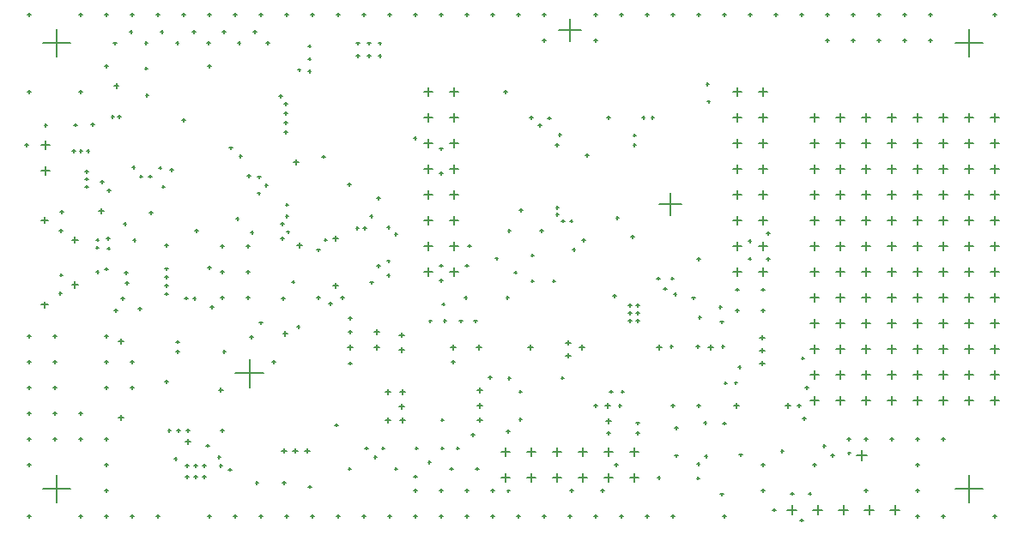
<source format=gbr>
%TF.GenerationSoftware,Altium Limited,Altium Designer,20.1.11 (218)*%
G04 Layer_Color=128*
%FSLAX26Y26*%
%MOIN*%
%TF.SameCoordinates,27E64F16-BD7F-4648-91A1-9AE93EB88D02*%
%TF.FilePolarity,Positive*%
%TF.FileFunction,Drillmap*%
%TF.Part,Single*%
G01*
G75*
%TA.AperFunction,NonConductor*%
%ADD77C,0.005000*%
D77*
X850394Y605827D02*
X960630D01*
X905512Y550709D02*
Y660945D01*
X3482284Y1500000D02*
X3517717D01*
X3500000Y1482284D02*
Y1517716D01*
X3582284Y1500000D02*
X3617716D01*
X3600000Y1482284D02*
Y1517716D01*
X3682283Y1500000D02*
X3717716D01*
X3700000Y1482284D02*
Y1517716D01*
X3482284Y1400000D02*
X3517716D01*
X3500000Y1382284D02*
Y1417716D01*
X3582284Y1400000D02*
X3617716D01*
X3600000Y1382284D02*
Y1417716D01*
X3682284Y1400000D02*
X3717716D01*
X3700000Y1382284D02*
Y1417716D01*
X3782284Y1400000D02*
X3817716D01*
X3800000Y1382284D02*
Y1417716D01*
X3482284Y1600000D02*
X3517716D01*
X3500000Y1582284D02*
Y1617716D01*
X3582284Y1600000D02*
X3617716D01*
X3600000Y1582284D02*
Y1617716D01*
X3682284Y1600000D02*
X3717716D01*
X3700000Y1582284D02*
Y1617716D01*
X3782283Y1600000D02*
X3817716D01*
X3800000Y1582284D02*
Y1617716D01*
X103347Y1889764D02*
X211614D01*
X157480Y1835630D02*
Y1943898D01*
X2882284Y1100000D02*
X2917716D01*
X2900000Y1082284D02*
Y1117716D01*
X2782284Y1000000D02*
X2817716D01*
X2800000Y982284D02*
Y1017716D01*
X2882284Y1000000D02*
X2917716D01*
X2900000Y982284D02*
Y1017716D01*
X1682284Y1000000D02*
X1717716D01*
X1700000Y982284D02*
Y1017716D01*
X1582284Y1000000D02*
X1617716D01*
X1600000Y982284D02*
Y1017716D01*
X1682284Y1100000D02*
X1717716D01*
X1700000Y1082284D02*
Y1117716D01*
X3646654Y157480D02*
X3754921D01*
X3700787Y103347D02*
Y211614D01*
X3646654Y1889764D02*
X3754921D01*
X3700787Y1835630D02*
Y1943898D01*
X3782284Y1300000D02*
X3817716D01*
X3800000Y1282284D02*
Y1317716D01*
X3782284Y900000D02*
X3817716D01*
X3800000Y882284D02*
Y917716D01*
X3782284Y500000D02*
X3817716D01*
X3800000Y482284D02*
Y517716D01*
X3782284Y700000D02*
X3817716D01*
X3800000Y682284D02*
Y717716D01*
X3782284Y1100000D02*
X3817716D01*
X3800000Y1082284D02*
Y1117716D01*
X3782284Y1500000D02*
X3817716D01*
X3800000Y1482284D02*
Y1517716D01*
X2994882Y74803D02*
X3030315D01*
X3012598Y57087D02*
Y92520D01*
X2282284Y200000D02*
X2317716D01*
X2300000Y182284D02*
Y217716D01*
X2282284Y300000D02*
X2317716D01*
X2300000Y282284D02*
Y317716D01*
X103347Y157480D02*
X211614D01*
X157480Y103347D02*
Y211614D01*
X96457Y1493701D02*
X131890D01*
X114173Y1475984D02*
Y1511417D01*
X3082284Y600000D02*
X3117716D01*
X3100000Y582284D02*
Y617716D01*
X3082284Y800000D02*
X3117716D01*
X3100000Y782284D02*
Y817716D01*
X3082284Y1600000D02*
X3117716D01*
X3100000Y1582284D02*
Y1617716D01*
X2382284Y200000D02*
X2417716D01*
X2400000Y182284D02*
Y217716D01*
X2382284Y300000D02*
X2417716D01*
X2400000Y282284D02*
Y317716D01*
X96457Y1393701D02*
X131890D01*
X114173Y1375984D02*
Y1411417D01*
X3262237Y287402D02*
X3302237D01*
X3282237Y267402D02*
Y307402D01*
X2495827Y1264331D02*
X2582441D01*
X2539134Y1221024D02*
Y1307638D01*
X2105827Y1939331D02*
X2192441D01*
X2149134Y1896024D02*
Y1982638D01*
X98425Y873031D02*
X122047D01*
X110236Y861220D02*
Y884842D01*
X98425Y1201772D02*
X122047D01*
X110236Y1189961D02*
Y1213583D01*
X215551Y949803D02*
X241142D01*
X228346Y937008D02*
Y962598D01*
X215551Y1125000D02*
X241142D01*
X228346Y1112205D02*
Y1137795D01*
X2182284Y300000D02*
X2217716D01*
X2200000Y282284D02*
Y317716D01*
X2182284Y200000D02*
X2217716D01*
X2200000Y182284D02*
Y217716D01*
X1982284Y300000D02*
X2017716D01*
X2000000Y282284D02*
Y317716D01*
X2082284Y300000D02*
X2117716D01*
X2100000Y282284D02*
Y317716D01*
X1982284Y200000D02*
X2017716D01*
X2000000Y182284D02*
Y217716D01*
X2082284Y200000D02*
X2117716D01*
X2100000Y182284D02*
Y217716D01*
X1882284Y300000D02*
X1917716D01*
X1900000Y282284D02*
Y317716D01*
X1882284Y200000D02*
X1917716D01*
X1900000Y182284D02*
Y217716D01*
X3194882Y74803D02*
X3230315D01*
X3212598Y57087D02*
Y92520D01*
X3294882Y74803D02*
X3330315D01*
X3312598Y57087D02*
Y92520D01*
X3094882Y74803D02*
X3130315D01*
X3112598Y57087D02*
Y92520D01*
X3394882Y74803D02*
X3430315D01*
X3412598Y57087D02*
Y92520D01*
X3282284Y1600000D02*
X3317717D01*
X3300000Y1582284D02*
Y1617716D01*
X3382284Y1600000D02*
X3417717D01*
X3400000Y1582284D02*
Y1617716D01*
X3182284Y1600000D02*
X3217716D01*
X3200000Y1582284D02*
Y1617716D01*
X3282284Y1500000D02*
X3317716D01*
X3300000Y1482284D02*
Y1517716D01*
X3382284Y1500000D02*
X3417716D01*
X3400000Y1482284D02*
Y1517716D01*
X3082284Y1500000D02*
X3117716D01*
X3100000Y1482284D02*
Y1517716D01*
X3182284Y1500000D02*
X3217716D01*
X3200000Y1482284D02*
Y1517716D01*
X3082284Y1200000D02*
X3117716D01*
X3100000Y1182284D02*
Y1217716D01*
X3082284Y1100000D02*
X3117716D01*
X3100000Y1082284D02*
Y1117716D01*
X3182284Y1200000D02*
X3217716D01*
X3200000Y1182284D02*
Y1217716D01*
X3182284Y1100000D02*
X3217716D01*
X3200000Y1082284D02*
Y1117716D01*
X3282284Y1200000D02*
X3317716D01*
X3300000Y1182284D02*
Y1217716D01*
X3282284Y1100000D02*
X3317716D01*
X3300000Y1082284D02*
Y1117716D01*
X3382284Y1200000D02*
X3417716D01*
X3400000Y1182284D02*
Y1217716D01*
X3382284Y1100000D02*
X3417716D01*
X3400000Y1082284D02*
Y1117716D01*
X3482284Y1200000D02*
X3517716D01*
X3500000Y1182284D02*
Y1217716D01*
X3482284Y1100000D02*
X3517716D01*
X3500000Y1082284D02*
Y1117716D01*
X3582284Y1200000D02*
X3617716D01*
X3600000Y1182284D02*
Y1217716D01*
X3582284Y1100000D02*
X3617716D01*
X3600000Y1082284D02*
Y1117716D01*
X3682284Y1200000D02*
X3717716D01*
X3700000Y1182284D02*
Y1217716D01*
X3682284Y1100000D02*
X3717716D01*
X3700000Y1082284D02*
Y1117716D01*
X3782284Y1200000D02*
X3817716D01*
X3800000Y1182284D02*
Y1217716D01*
X3082284Y700000D02*
X3117716D01*
X3100000Y682284D02*
Y717716D01*
X3182284Y800000D02*
X3217716D01*
X3200000Y782284D02*
Y817716D01*
X3182284Y700000D02*
X3217716D01*
X3200000Y682284D02*
Y717716D01*
X3282284Y800000D02*
X3317716D01*
X3300000Y782284D02*
Y817716D01*
X3282284Y700000D02*
X3317716D01*
X3300000Y682284D02*
Y717716D01*
X3382284Y800000D02*
X3417716D01*
X3400000Y782284D02*
Y817716D01*
X3382284Y700000D02*
X3417716D01*
X3400000Y682284D02*
Y717716D01*
X3482284Y800000D02*
X3517716D01*
X3500000Y782284D02*
Y817716D01*
X3482284Y700000D02*
X3517716D01*
X3500000Y682284D02*
Y717716D01*
X3582284Y800000D02*
X3617716D01*
X3600000Y782284D02*
Y817716D01*
X3582284Y700000D02*
X3617716D01*
X3600000Y682284D02*
Y717716D01*
X3682284Y800000D02*
X3717716D01*
X3700000Y782284D02*
Y817716D01*
X3682284Y700000D02*
X3717716D01*
X3700000Y682284D02*
Y717716D01*
X3782284Y800000D02*
X3817716D01*
X3800000Y782284D02*
Y817716D01*
X3082284Y500000D02*
X3117716D01*
X3100000Y482284D02*
Y517716D01*
X3182284Y600000D02*
X3217716D01*
X3200000Y582284D02*
Y617716D01*
X3182284Y500000D02*
X3217716D01*
X3200000Y482284D02*
Y517716D01*
X3282284Y600000D02*
X3317716D01*
X3300000Y582284D02*
Y617716D01*
X3282284Y500000D02*
X3317716D01*
X3300000Y482284D02*
Y517716D01*
X3382284Y600000D02*
X3417716D01*
X3400000Y582284D02*
Y617716D01*
X3382284Y500000D02*
X3417716D01*
X3400000Y482284D02*
Y517716D01*
X3482284Y600000D02*
X3517716D01*
X3500000Y582284D02*
Y617716D01*
X3482284Y500000D02*
X3517716D01*
X3500000Y482284D02*
Y517716D01*
X3582284Y600000D02*
X3617716D01*
X3600000Y582284D02*
Y617716D01*
X3582284Y500000D02*
X3617716D01*
X3600000Y482284D02*
Y517716D01*
X3682284Y600000D02*
X3717716D01*
X3700000Y582284D02*
Y617716D01*
X3682284Y500000D02*
X3717716D01*
X3700000Y482284D02*
Y517716D01*
X3782284Y600000D02*
X3817716D01*
X3800000Y582284D02*
Y617716D01*
X3082284Y1000000D02*
X3117716D01*
X3100000Y982284D02*
Y1017716D01*
X3082284Y900000D02*
X3117716D01*
X3100000Y882284D02*
Y917716D01*
X3182284Y1000000D02*
X3217716D01*
X3200000Y982284D02*
Y1017716D01*
X3182284Y900000D02*
X3217716D01*
X3200000Y882284D02*
Y917716D01*
X3282284Y1000000D02*
X3317716D01*
X3300000Y982284D02*
Y1017716D01*
X3282284Y900000D02*
X3317716D01*
X3300000Y882284D02*
Y917716D01*
X3382284Y1000000D02*
X3417716D01*
X3400000Y982284D02*
Y1017716D01*
X3382284Y900000D02*
X3417716D01*
X3400000Y882284D02*
Y917716D01*
X3482284Y1000000D02*
X3517716D01*
X3500000Y982284D02*
Y1017716D01*
X3482284Y900000D02*
X3517716D01*
X3500000Y882284D02*
Y917716D01*
X3582284Y1000000D02*
X3617716D01*
X3600000Y982284D02*
Y1017716D01*
X3582284Y900000D02*
X3617716D01*
X3600000Y882284D02*
Y917716D01*
X3682284Y1000000D02*
X3717716D01*
X3700000Y982284D02*
Y1017716D01*
X3682284Y900000D02*
X3717716D01*
X3700000Y882284D02*
Y917716D01*
X3782284Y1000000D02*
X3817716D01*
X3800000Y982284D02*
Y1017716D01*
X3082284Y1400000D02*
X3117716D01*
X3100000Y1382284D02*
Y1417716D01*
X3082284Y1300000D02*
X3117716D01*
X3100000Y1282284D02*
Y1317716D01*
X3182284Y1400000D02*
X3217716D01*
X3200000Y1382284D02*
Y1417716D01*
X3182284Y1300000D02*
X3217716D01*
X3200000Y1282284D02*
Y1317716D01*
X3282284Y1400000D02*
X3317716D01*
X3300000Y1382284D02*
Y1417716D01*
X3282284Y1300000D02*
X3317716D01*
X3300000Y1282284D02*
Y1317716D01*
X3382284Y1400000D02*
X3417716D01*
X3400000Y1382284D02*
Y1417716D01*
X3382284Y1300000D02*
X3417716D01*
X3400000Y1282284D02*
Y1317716D01*
X3482284Y1300000D02*
X3517716D01*
X3500000Y1282284D02*
Y1317716D01*
X3582284Y1300000D02*
X3617716D01*
X3600000Y1282284D02*
Y1317716D01*
X3682284Y1300000D02*
X3717716D01*
X3700000Y1282284D02*
Y1317716D01*
X1582284Y1700000D02*
X1617716D01*
X1600000Y1682284D02*
Y1717716D01*
X1682284Y1700000D02*
X1717716D01*
X1700000Y1682284D02*
Y1717716D01*
X1582284Y1600000D02*
X1617716D01*
X1600000Y1582284D02*
Y1617716D01*
X1682284Y1600000D02*
X1717716D01*
X1700000Y1582284D02*
Y1617716D01*
X1582284Y1500000D02*
X1617716D01*
X1600000Y1482284D02*
Y1517716D01*
X1682284Y1500000D02*
X1717716D01*
X1700000Y1482284D02*
Y1517716D01*
X1582284Y1400000D02*
X1617716D01*
X1600000Y1382284D02*
Y1417716D01*
X1682284Y1400000D02*
X1717716D01*
X1700000Y1382284D02*
Y1417716D01*
X1582284Y1300000D02*
X1617716D01*
X1600000Y1282284D02*
Y1317716D01*
X1682284Y1300000D02*
X1717716D01*
X1700000Y1282284D02*
Y1317716D01*
X1582284Y1200000D02*
X1617716D01*
X1600000Y1182284D02*
Y1217716D01*
X1682284Y1200000D02*
X1717716D01*
X1700000Y1182284D02*
Y1217716D01*
X1582284Y1100000D02*
X1617716D01*
X1600000Y1082284D02*
Y1117716D01*
X2782284Y1100000D02*
X2817716D01*
X2800000Y1082284D02*
Y1117716D01*
X2882284Y1200000D02*
X2917716D01*
X2900000Y1182284D02*
Y1217716D01*
X2782284Y1200000D02*
X2817716D01*
X2800000Y1182284D02*
Y1217716D01*
X2882284Y1300000D02*
X2917716D01*
X2900000Y1282284D02*
Y1317716D01*
X2782284Y1300000D02*
X2817716D01*
X2800000Y1282284D02*
Y1317716D01*
X2882284Y1400000D02*
X2917716D01*
X2900000Y1382284D02*
Y1417716D01*
X2782284Y1400000D02*
X2817716D01*
X2800000Y1382284D02*
Y1417716D01*
X2882284Y1500000D02*
X2917716D01*
X2900000Y1482284D02*
Y1517716D01*
X2782284Y1500000D02*
X2817716D01*
X2800000Y1482284D02*
Y1517716D01*
X2882284Y1600000D02*
X2917716D01*
X2900000Y1582284D02*
Y1617716D01*
X2782284Y1600000D02*
X2817716D01*
X2800000Y1582284D02*
Y1617716D01*
X2882284Y1700000D02*
X2917716D01*
X2900000Y1682284D02*
Y1717716D01*
X2782284Y1700000D02*
X2817716D01*
X2800000Y1682284D02*
Y1717716D01*
X1134094Y165000D02*
X1145906D01*
X1140000Y159095D02*
Y170905D01*
X1289094Y235000D02*
X1300906D01*
X1295000Y229095D02*
Y240905D01*
X1659094Y810000D02*
X1670906D01*
X1665000Y804095D02*
Y815905D01*
X1389094Y280000D02*
X1400906D01*
X1395000Y274094D02*
Y285906D01*
X929095Y180000D02*
X940905D01*
X935000Y174095D02*
Y185905D01*
X1034094Y180000D02*
X1045906D01*
X1040000Y174095D02*
Y185905D01*
X1602094Y809055D02*
X1613906D01*
X1608000Y803150D02*
Y814961D01*
X2244095Y480000D02*
X2255905D01*
X2250000Y474094D02*
Y485906D01*
X2339095Y480000D02*
X2350905D01*
X2345000Y474094D02*
Y485906D01*
X3034095Y480000D02*
X3045905D01*
X3040000Y474094D02*
Y485906D01*
X2641374Y710215D02*
X2653185D01*
X2647280Y704310D02*
Y716121D01*
X2539095Y710000D02*
X2550905D01*
X2545000Y704095D02*
Y715905D01*
X2739095Y710000D02*
X2750905D01*
X2745000Y704095D02*
Y715905D01*
X2687402Y707992D02*
X2707087D01*
X2697244Y698150D02*
Y717835D01*
X2487402Y707992D02*
X2507087D01*
X2497244Y698150D02*
Y717835D01*
X2135157Y725000D02*
X2154843D01*
X2145000Y715158D02*
Y734842D01*
X2135157Y675000D02*
X2154843D01*
X2145000Y665158D02*
Y684842D01*
X2187402Y707992D02*
X2207087D01*
X2197244Y698150D02*
Y717835D01*
X1987402Y707992D02*
X2007087D01*
X1997244Y698150D02*
Y717835D01*
X1787158Y707992D02*
X1806842D01*
X1797000Y698150D02*
Y717835D01*
X1687402Y707992D02*
X1707087D01*
X1697244Y698150D02*
Y717835D01*
X1287402Y707992D02*
X1307087D01*
X1297244Y698150D02*
Y717835D01*
X2803095Y631000D02*
X2814905D01*
X2809000Y625095D02*
Y636905D01*
X2888157Y645000D02*
X2907843D01*
X2898000Y635158D02*
Y654842D01*
X2987157Y481500D02*
X3006843D01*
X2997000Y471658D02*
Y491342D01*
X2788157Y480000D02*
X2807843D01*
X2798000Y470158D02*
Y489842D01*
X2378095Y871000D02*
X2389905D01*
X2384000Y865095D02*
Y876905D01*
X2408095Y871000D02*
X2419905D01*
X2414000Y865095D02*
Y876905D01*
X1999094Y965000D02*
X2010906D01*
X2005000Y959095D02*
Y970905D01*
X1933094Y998000D02*
X1944906D01*
X1939000Y992095D02*
Y1003905D01*
X1835094Y591000D02*
X1846906D01*
X1841000Y585095D02*
Y596905D01*
X1487158Y755000D02*
X1506842D01*
X1497000Y745158D02*
Y764842D01*
X1487158Y696000D02*
X1506842D01*
X1497000Y686158D02*
Y705842D01*
X1375094Y959000D02*
X1386906D01*
X1381000Y953095D02*
Y964905D01*
X1391158Y707992D02*
X1410842D01*
X1401000Y698150D02*
Y717835D01*
X1391158Y766000D02*
X1410842D01*
X1401000Y756158D02*
Y775842D01*
X1090094Y787000D02*
X1101906D01*
X1096000Y781095D02*
Y792905D01*
X1999094Y1065000D02*
X2010906D01*
X2005000Y1059094D02*
Y1070906D01*
X1954094Y1240000D02*
X1965906D01*
X1960000Y1234094D02*
Y1245906D01*
X2034094Y1160000D02*
X2045906D01*
X2040000Y1154094D02*
Y1165906D01*
X1909094Y1160000D02*
X1920906D01*
X1915000Y1154094D02*
Y1165906D01*
X1952094Y535000D02*
X1963906D01*
X1958000Y529095D02*
Y540905D01*
X1905094Y380000D02*
X1916906D01*
X1911000Y374094D02*
Y385906D01*
X1952094Y427000D02*
X1963906D01*
X1958000Y421094D02*
Y432906D01*
X1909094Y586000D02*
X1920906D01*
X1915000Y580095D02*
Y591905D01*
X1238094Y405000D02*
X1249906D01*
X1244000Y399094D02*
Y410906D01*
X2116095Y588000D02*
X2127905D01*
X2122000Y582095D02*
Y593905D01*
X1649094Y425000D02*
X1660906D01*
X1655000Y419094D02*
Y430906D01*
X1549094Y315000D02*
X1560906D01*
X1555000Y309094D02*
Y320906D01*
X1469094Y235000D02*
X1480906D01*
X1475000Y229095D02*
Y240905D01*
X1684094Y235000D02*
X1695906D01*
X1690000Y229095D02*
Y240905D01*
X1709094Y315000D02*
X1720906D01*
X1715000Y309094D02*
Y320906D01*
X1649094Y315000D02*
X1660906D01*
X1655000Y309094D02*
Y320906D01*
X1599094Y260000D02*
X1610906D01*
X1605000Y254095D02*
Y265906D01*
X1544094Y205000D02*
X1555906D01*
X1550000Y199095D02*
Y210905D01*
X1434158Y534000D02*
X1453842D01*
X1444000Y524158D02*
Y543842D01*
X1419094Y315000D02*
X1430906D01*
X1425000Y309094D02*
Y320906D01*
X1354094Y315000D02*
X1365906D01*
X1360000Y309094D02*
Y320906D01*
X2789346Y568993D02*
X2801157D01*
X2795252Y563087D02*
Y574899D01*
X2749095Y568346D02*
X2760905D01*
X2755000Y562441D02*
Y574252D01*
X2378095Y840500D02*
X2389905D01*
X2384000Y834595D02*
Y846405D01*
X2408095Y840500D02*
X2419905D01*
X2414000Y834595D02*
Y846405D01*
X2408095Y810000D02*
X2419905D01*
X2414000Y804095D02*
Y815905D01*
X2378095Y810000D02*
X2389905D01*
X2384000Y804095D02*
Y815905D01*
X3054095Y430000D02*
X3065905D01*
X3060000Y424094D02*
Y435906D01*
X2969095Y303000D02*
X2980905D01*
X2975000Y297094D02*
Y308906D01*
X2888157Y695000D02*
X2907843D01*
X2898000Y685158D02*
Y704842D01*
X2888157Y745000D02*
X2907843D01*
X2898000Y735158D02*
Y754842D01*
X3064332Y549939D02*
X3076143D01*
X3070238Y544033D02*
Y555844D01*
X2304095Y535000D02*
X2315905D01*
X2310000Y529095D02*
Y540905D01*
X2289157Y420000D02*
X2308843D01*
X2299000Y410158D02*
Y429842D01*
X2287150Y479252D02*
X2306835D01*
X2296992Y469409D02*
Y489094D01*
X1790158Y425000D02*
X1809842D01*
X1800000Y415158D02*
Y434842D01*
X1790158Y480000D02*
X1809842D01*
X1800000Y470158D02*
Y489842D01*
X1790158Y540000D02*
X1809842D01*
X1800000Y530158D02*
Y549842D01*
X1434158Y424000D02*
X1453842D01*
X1444000Y414158D02*
Y433842D01*
X1489158Y534000D02*
X1508842D01*
X1499000Y524158D02*
Y543842D01*
X1489158Y424000D02*
X1508842D01*
X1499000Y414158D02*
Y433842D01*
X1487150Y478252D02*
X1506835D01*
X1496992Y468409D02*
Y488094D01*
X1291094Y821000D02*
X1302906D01*
X1297000Y815095D02*
Y826905D01*
X1291094Y766000D02*
X1302906D01*
X1297000Y760095D02*
Y771905D01*
X1261094Y899898D02*
X1272906D01*
X1267000Y893992D02*
Y905803D01*
X1120158Y305000D02*
X1139842D01*
X1130000Y295158D02*
Y314842D01*
X1075158Y305000D02*
X1094842D01*
X1085000Y295158D02*
Y314842D01*
X1030158Y305000D02*
X1049842D01*
X1040000Y295158D02*
Y314842D01*
X994095Y650000D02*
X1005905D01*
X1000000Y644095D02*
Y655905D01*
X908095Y746000D02*
X919905D01*
X914000Y740095D02*
Y751905D01*
X1778543Y809055D02*
X1790354D01*
X1784449Y803150D02*
Y814961D01*
X2386863Y1136486D02*
X2398674D01*
X2392769Y1130581D02*
Y1142392D01*
X2349095Y535000D02*
X2360905D01*
X2355000Y529095D02*
Y540905D01*
X1653094Y875000D02*
X1664906D01*
X1659000Y869095D02*
Y880905D01*
X1401094Y1024000D02*
X1412906D01*
X1407000Y1018095D02*
Y1029906D01*
X1469094Y1146531D02*
X1480906D01*
X1475000Y1140625D02*
Y1152436D01*
X1440094Y1173074D02*
X1451906D01*
X1446000Y1167168D02*
Y1178979D01*
X1373094Y1216535D02*
X1384906D01*
X1379000Y1210630D02*
Y1222441D01*
X1440094Y986221D02*
X1451906D01*
X1446000Y980315D02*
Y992126D01*
X1440094Y1042000D02*
X1451906D01*
X1446000Y1036094D02*
Y1047906D01*
X2318494Y907500D02*
X2330305D01*
X2324400Y901595D02*
Y913405D01*
X686394Y897400D02*
X698206D01*
X692300Y891495D02*
Y903306D01*
X654794Y898100D02*
X666606D01*
X660700Y892194D02*
Y904005D01*
X909694Y1154100D02*
X921505D01*
X915600Y1148195D02*
Y1160005D01*
X852794Y1207500D02*
X864606D01*
X858700Y1201594D02*
Y1213406D01*
X695095Y1159400D02*
X706905D01*
X701000Y1153495D02*
Y1165305D01*
X416594Y1187000D02*
X428406D01*
X422500Y1181094D02*
Y1192906D01*
X1028195Y1187000D02*
X1040005D01*
X1034100Y1181094D02*
Y1192906D01*
X612794Y272900D02*
X624606D01*
X618700Y266995D02*
Y278805D01*
X782294Y280800D02*
X794106D01*
X788200Y274894D02*
Y286705D01*
X1753695Y1101200D02*
X1765505D01*
X1759600Y1095294D02*
Y1107105D01*
X1691094Y650000D02*
X1702906D01*
X1697000Y644095D02*
Y655905D01*
X1767594Y367500D02*
X1779406D01*
X1773500Y361594D02*
Y373406D01*
X738495Y325100D02*
X750306D01*
X744400Y319195D02*
Y331005D01*
X578241Y573000D02*
X590052D01*
X584146Y567095D02*
Y578905D01*
X2683494Y1662205D02*
X2695305D01*
X2689400Y1656299D02*
Y1668110D01*
X1643701Y966189D02*
X1655512D01*
X1649606Y960284D02*
Y972095D01*
X2328738Y1210190D02*
X2340549D01*
X2334643Y1204285D02*
Y1216096D01*
X3048874Y665000D02*
X3060685D01*
X3054780Y659095D02*
Y670905D01*
X1287874Y1341000D02*
X1299685D01*
X1293780Y1335094D02*
Y1346906D01*
X1231398Y1130512D02*
X1251083D01*
X1241240Y1120669D02*
Y1140354D01*
X1644874Y1478756D02*
X1656685D01*
X1650780Y1472850D02*
Y1484661D01*
X1291094Y645000D02*
X1302906D01*
X1297000Y639095D02*
Y650905D01*
X1132874Y1779756D02*
X1144685D01*
X1138780Y1773850D02*
Y1785661D01*
X1092874Y1785756D02*
X1104685D01*
X1098780Y1779850D02*
Y1791661D01*
X644874Y1589756D02*
X656685D01*
X650780Y1583850D02*
Y1595661D01*
X597716Y1397236D02*
X609527D01*
X603621Y1391330D02*
Y1403141D01*
X553380Y1404370D02*
X565191D01*
X559285Y1398464D02*
Y1410275D01*
X827945Y1482039D02*
X839756D01*
X833851Y1476134D02*
Y1487945D01*
X965577Y1336756D02*
X977388D01*
X971483Y1330850D02*
Y1342661D01*
X936165Y1305173D02*
X947976D01*
X942071Y1299268D02*
Y1311079D01*
X936945Y1369090D02*
X948756D01*
X942851Y1363185D02*
Y1374995D01*
X1031310Y896394D02*
X1043121D01*
X1037215Y890489D02*
Y902299D01*
X754717Y863929D02*
X766528D01*
X760622Y858024D02*
Y869835D01*
X518354Y1230786D02*
X530165D01*
X524260Y1224881D02*
Y1236692D01*
X578241Y1104087D02*
X590052D01*
X584146Y1098181D02*
Y1109992D01*
X577461Y1011811D02*
X589272D01*
X583367Y1005905D02*
Y1017716D01*
X577461Y980543D02*
X589272D01*
X583367Y974638D02*
Y986449D01*
X578241Y946606D02*
X590052D01*
X584146Y940701D02*
Y952512D01*
X578241Y915110D02*
X590052D01*
X584146Y909205D02*
Y921016D01*
X473807Y856543D02*
X485618D01*
X479712Y850638D02*
Y862449D01*
X406874Y896756D02*
X418685D01*
X412780Y890850D02*
Y902661D01*
X421874Y996756D02*
X433685D01*
X427780Y990850D02*
Y1002661D01*
X344971Y1011567D02*
X356782D01*
X350877Y1005661D02*
Y1017472D01*
X352874Y1091756D02*
X364685D01*
X358780Y1085850D02*
Y1097661D01*
X439756Y1932756D02*
X451567D01*
X445661Y1926850D02*
Y1938661D01*
X559835Y1933756D02*
X571646D01*
X565740Y1927850D02*
Y1939661D01*
X683851Y1932756D02*
X695662D01*
X689756Y1926850D02*
Y1938661D01*
X801961Y1932756D02*
X813772D01*
X807866Y1926850D02*
Y1938661D01*
X921055Y1933756D02*
X932866D01*
X926961Y1927850D02*
Y1939661D01*
X971252Y1890504D02*
X983063D01*
X977158Y1884598D02*
Y1896409D01*
X859874Y1889756D02*
X871685D01*
X865780Y1883850D02*
Y1895661D01*
X740874Y1890756D02*
X752685D01*
X746780Y1884850D02*
Y1896661D01*
X619874Y1889756D02*
X631685D01*
X625780Y1883850D02*
Y1895661D01*
X498874Y1889756D02*
X510685D01*
X504780Y1883850D02*
Y1895661D01*
X377874Y1888756D02*
X389685D01*
X383780Y1882850D02*
Y1894661D01*
X1643874Y1024756D02*
X1655685D01*
X1649780Y1018850D02*
Y1030661D01*
X1744874Y1024756D02*
X1756685D01*
X1750780Y1018850D02*
Y1030661D01*
X2542095Y975000D02*
X2553905D01*
X2548000Y969095D02*
Y980905D01*
X2487874Y974756D02*
X2499685D01*
X2493780Y968850D02*
Y980661D01*
X2514874Y934756D02*
X2526685D01*
X2520780Y928850D02*
Y940661D01*
X2552874Y913756D02*
X2564685D01*
X2558780Y907850D02*
Y919661D01*
X2624874Y898756D02*
X2636685D01*
X2630780Y892850D02*
Y904661D01*
X2793874Y931756D02*
X2805685D01*
X2799780Y925850D02*
Y937661D01*
X2894874Y931756D02*
X2906685D01*
X2900780Y925850D02*
Y937661D01*
X2913874Y1049756D02*
X2925685D01*
X2919780Y1043850D02*
Y1055661D01*
X2913874Y1149756D02*
X2925685D01*
X2919780Y1143850D02*
Y1155661D01*
X2842874Y1120756D02*
X2854685D01*
X2848780Y1114850D02*
Y1126661D01*
X2842874Y1051756D02*
X2854685D01*
X2848780Y1045850D02*
Y1057661D01*
X2095874Y1249756D02*
X2107685D01*
X2101780Y1243850D02*
Y1255661D01*
X2095874Y1222756D02*
X2107685D01*
X2101780Y1216850D02*
Y1228661D01*
X2064874Y1597756D02*
X2076685D01*
X2070780Y1591850D02*
Y1603661D01*
X2026874Y1570756D02*
X2038685D01*
X2032780Y1564850D02*
Y1576661D01*
X2149874Y1197756D02*
X2161685D01*
X2155780Y1191850D02*
Y1203661D01*
X2117874Y1197756D02*
X2129685D01*
X2123780Y1191850D02*
Y1203661D01*
X1049874Y1155756D02*
X1061685D01*
X1055780Y1149850D02*
Y1161661D01*
X1026874Y1129756D02*
X1038685D01*
X1032780Y1123850D02*
Y1135661D01*
X621842Y690110D02*
X633654D01*
X627748Y684205D02*
Y696016D01*
X34244Y1493457D02*
X46055D01*
X40150Y1487551D02*
Y1499362D01*
X109146Y1570598D02*
X120957D01*
X115051Y1564693D02*
Y1576504D01*
X381874Y849756D02*
X393685D01*
X387780Y843850D02*
Y855661D01*
X168874Y987756D02*
X180685D01*
X174780Y981850D02*
Y993661D01*
X165874Y916756D02*
X177685D01*
X171780Y910850D02*
Y922661D01*
X166874Y1159756D02*
X178685D01*
X172780Y1153850D02*
Y1165661D01*
X171874Y1233756D02*
X183685D01*
X177780Y1227850D02*
Y1239661D01*
X794874Y382756D02*
X806685D01*
X800780Y376850D02*
Y388661D01*
X823874Y231756D02*
X835685D01*
X829780Y225850D02*
Y237661D01*
X2293874Y372756D02*
X2305685D01*
X2299780Y366850D02*
Y378661D01*
X2323874Y249756D02*
X2335685D01*
X2329780Y243850D02*
Y255661D01*
X2271874Y150756D02*
X2283685D01*
X2277780Y144850D02*
Y156661D01*
X2489874Y199756D02*
X2501685D01*
X2495780Y193850D02*
Y205661D01*
X2642874Y252756D02*
X2654685D01*
X2648780Y246850D02*
Y258661D01*
X2672874Y283756D02*
X2684685D01*
X2678780Y277850D02*
Y289661D01*
X2642095Y198000D02*
X2653905D01*
X2648000Y192095D02*
Y203905D01*
X2807874Y288756D02*
X2819685D01*
X2813780Y282850D02*
Y294661D01*
X2937874Y74756D02*
X2949685D01*
X2943780Y68850D02*
Y80661D01*
X3006874Y137756D02*
X3018685D01*
X3012780Y131850D02*
Y143661D01*
X3043874Y34756D02*
X3055685D01*
X3049780Y28850D02*
Y40661D01*
X2429724Y1599743D02*
X2441535D01*
X2435629Y1593837D02*
Y1605648D01*
X224874Y1571756D02*
X236685D01*
X230780Y1565850D02*
Y1577661D01*
X290709Y1572591D02*
X302520D01*
X296614Y1566685D02*
Y1578496D01*
X44874Y1999756D02*
X56685D01*
X50780Y1993850D02*
Y2005661D01*
X244874Y1999756D02*
X256685D01*
X250780Y1993850D02*
Y2005661D01*
X344874Y1999756D02*
X356685D01*
X350780Y1993850D02*
Y2005661D01*
X444874Y1999756D02*
X456685D01*
X450780Y1993850D02*
Y2005661D01*
X544874Y1999756D02*
X556685D01*
X550780Y1993850D02*
Y2005661D01*
X644874Y1999756D02*
X656685D01*
X650780Y1993850D02*
Y2005661D01*
X744874Y1999756D02*
X756685D01*
X750780Y1993850D02*
Y2005661D01*
X844874Y1999756D02*
X856685D01*
X850780Y1993850D02*
Y2005661D01*
X944874Y1999756D02*
X956685D01*
X950780Y1993850D02*
Y2005661D01*
X1044874Y1999756D02*
X1056685D01*
X1050780Y1993850D02*
Y2005661D01*
X1144874Y1999756D02*
X1156685D01*
X1150780Y1993850D02*
Y2005661D01*
X1244874Y1999756D02*
X1256685D01*
X1250780Y1993850D02*
Y2005661D01*
X1344874Y1999756D02*
X1356685D01*
X1350780Y1993850D02*
Y2005661D01*
X1444874Y1999756D02*
X1456685D01*
X1450780Y1993850D02*
Y2005661D01*
X1544874Y1999756D02*
X1556685D01*
X1550780Y1993850D02*
Y2005661D01*
X1644874Y1999756D02*
X1656685D01*
X1650780Y1993850D02*
Y2005661D01*
X1744874Y1999756D02*
X1756685D01*
X1750780Y1993850D02*
Y2005661D01*
X1844874Y1999756D02*
X1856685D01*
X1850780Y1993850D02*
Y2005661D01*
X1944874Y1999756D02*
X1956685D01*
X1950780Y1993850D02*
Y2005661D01*
X2044874Y1999756D02*
X2056685D01*
X2050780Y1993850D02*
Y2005661D01*
X2244874Y1999756D02*
X2256685D01*
X2250780Y1993850D02*
Y2005661D01*
X2344874Y1999756D02*
X2356685D01*
X2350780Y1993850D02*
Y2005661D01*
X2444874Y1999756D02*
X2456685D01*
X2450780Y1993850D02*
Y2005661D01*
X2544874Y1999756D02*
X2556685D01*
X2550780Y1993850D02*
Y2005661D01*
X2644874Y1999756D02*
X2656685D01*
X2650780Y1993850D02*
Y2005661D01*
X2744874Y1999756D02*
X2756685D01*
X2750780Y1993850D02*
Y2005661D01*
X2844874Y1999756D02*
X2856685D01*
X2850780Y1993850D02*
Y2005661D01*
X2944874Y1999756D02*
X2956685D01*
X2950780Y1993850D02*
Y2005661D01*
X3044874Y1999756D02*
X3056685D01*
X3050780Y1993850D02*
Y2005661D01*
X3144874Y1999756D02*
X3156685D01*
X3150780Y1993850D02*
Y2005661D01*
X3244874Y1999756D02*
X3256685D01*
X3250780Y1993850D02*
Y2005661D01*
X3344874Y1999756D02*
X3356685D01*
X3350780Y1993850D02*
Y2005661D01*
X3444874Y1999756D02*
X3456685D01*
X3450780Y1993850D02*
Y2005661D01*
X3544874Y1999756D02*
X3556685D01*
X3550780Y1993850D02*
Y2005661D01*
X3794874Y1999756D02*
X3806685D01*
X3800780Y1993850D02*
Y2005661D01*
X3544874Y1899756D02*
X3556685D01*
X3550780Y1893850D02*
Y1905661D01*
X3444874Y1899756D02*
X3456685D01*
X3450780Y1893850D02*
Y1905661D01*
X3344874Y1899756D02*
X3356685D01*
X3350780Y1893850D02*
Y1905661D01*
X3244874Y1899756D02*
X3256685D01*
X3250780Y1893850D02*
Y1905661D01*
X3144874Y1899756D02*
X3156685D01*
X3150780Y1893850D02*
Y1905661D01*
X2244874Y1899756D02*
X2256685D01*
X2250780Y1893850D02*
Y1905661D01*
X2044874Y1899756D02*
X2056685D01*
X2050780Y1893850D02*
Y1905661D01*
X344874Y1799756D02*
X356685D01*
X350780Y1793850D02*
Y1805661D01*
X44874Y1699756D02*
X56685D01*
X50780Y1693850D02*
Y1705661D01*
X244874Y1699756D02*
X256685D01*
X250780Y1693850D02*
Y1705661D01*
X744874Y1799756D02*
X756685D01*
X750780Y1793850D02*
Y1805661D01*
X44874Y49756D02*
X56685D01*
X50780Y43850D02*
Y55661D01*
X244874Y49756D02*
X256685D01*
X250780Y43850D02*
Y55661D01*
X344874Y49756D02*
X356685D01*
X350780Y43850D02*
Y55661D01*
X444874Y49756D02*
X456685D01*
X450780Y43850D02*
Y55661D01*
X544874Y49756D02*
X556685D01*
X550780Y43850D02*
Y55661D01*
X744874Y49756D02*
X756685D01*
X750780Y43850D02*
Y55661D01*
X844874Y49756D02*
X856685D01*
X850780Y43850D02*
Y55661D01*
X944874Y49756D02*
X956685D01*
X950780Y43850D02*
Y55661D01*
X1044874Y49756D02*
X1056685D01*
X1050780Y43850D02*
Y55661D01*
X1144874Y49756D02*
X1156685D01*
X1150780Y43850D02*
Y55661D01*
X1244874Y49756D02*
X1256685D01*
X1250780Y43850D02*
Y55661D01*
X1344874Y49756D02*
X1356685D01*
X1350780Y43850D02*
Y55661D01*
X1444874Y49756D02*
X1456685D01*
X1450780Y43850D02*
Y55661D01*
X1544874Y49756D02*
X1556685D01*
X1550780Y43850D02*
Y55661D01*
X1644874Y49756D02*
X1656685D01*
X1650780Y43850D02*
Y55661D01*
X1744874Y49756D02*
X1756685D01*
X1750780Y43850D02*
Y55661D01*
X1844874Y49756D02*
X1856685D01*
X1850780Y43850D02*
Y55661D01*
X1944874Y49756D02*
X1956685D01*
X1950780Y43850D02*
Y55661D01*
X2044874Y49756D02*
X2056685D01*
X2050780Y43850D02*
Y55661D01*
X2144874Y49756D02*
X2156685D01*
X2150780Y43850D02*
Y55661D01*
X2244874Y49756D02*
X2256685D01*
X2250780Y43850D02*
Y55661D01*
X2344874Y49756D02*
X2356685D01*
X2350780Y43850D02*
Y55661D01*
X2444874Y49756D02*
X2456685D01*
X2450780Y43850D02*
Y55661D01*
X2544874Y49756D02*
X2556685D01*
X2550780Y43850D02*
Y55661D01*
X2744874Y49756D02*
X2756685D01*
X2750780Y43850D02*
Y55661D01*
X3794874Y49756D02*
X3806685D01*
X3800780Y43850D02*
Y55661D01*
X3594874Y49756D02*
X3606685D01*
X3600780Y43850D02*
Y55661D01*
X3494874Y49756D02*
X3506685D01*
X3500780Y43850D02*
Y55661D01*
X3494874Y149756D02*
X3506685D01*
X3500780Y143850D02*
Y155661D01*
X3494874Y249756D02*
X3506685D01*
X3500780Y243850D02*
Y255661D01*
X3494874Y349756D02*
X3506685D01*
X3500780Y343850D02*
Y355661D01*
X3594874Y349756D02*
X3606685D01*
X3600780Y343850D02*
Y355661D01*
X3394874Y349756D02*
X3406685D01*
X3400780Y343850D02*
Y355661D01*
X3294874Y349756D02*
X3306685D01*
X3300780Y343850D02*
Y355661D01*
X3294874Y149756D02*
X3306685D01*
X3300780Y143850D02*
Y155661D01*
X3094874Y249756D02*
X3106685D01*
X3100780Y243850D02*
Y255661D01*
X2894874Y249756D02*
X2906685D01*
X2900780Y243850D02*
Y255661D01*
X2894874Y149756D02*
X2906685D01*
X2900780Y143850D02*
Y155661D01*
X1544874Y149756D02*
X1556685D01*
X1550780Y143850D02*
Y155661D01*
X1644874Y149756D02*
X1656685D01*
X1650780Y143850D02*
Y155661D01*
X1744874Y149756D02*
X1756685D01*
X1750780Y143850D02*
Y155661D01*
X1844874Y149756D02*
X1856685D01*
X1850780Y143850D02*
Y155661D01*
X1784094Y235000D02*
X1795906D01*
X1790000Y229095D02*
Y240905D01*
X344874Y149756D02*
X356685D01*
X350780Y143850D02*
Y155661D01*
X344874Y249756D02*
X356685D01*
X350780Y243850D02*
Y255661D01*
X344874Y349756D02*
X356685D01*
X350780Y343850D02*
Y355661D01*
X244874Y349756D02*
X256685D01*
X250780Y343850D02*
Y355661D01*
X144874Y349756D02*
X156685D01*
X150780Y343850D02*
Y355661D01*
X44874Y349756D02*
X56685D01*
X50780Y343850D02*
Y355661D01*
X44874Y249756D02*
X56685D01*
X50780Y243850D02*
Y255661D01*
X44874Y449756D02*
X56685D01*
X50780Y443850D02*
Y455661D01*
X144874Y449756D02*
X156685D01*
X150780Y443850D02*
Y455661D01*
X244874Y449756D02*
X256685D01*
X250780Y443850D02*
Y455661D01*
X144874Y549756D02*
X156685D01*
X150780Y543850D02*
Y555661D01*
X44874Y549756D02*
X56685D01*
X50780Y543850D02*
Y555661D01*
X44874Y649756D02*
X56685D01*
X50780Y643850D02*
Y655661D01*
X144874Y649756D02*
X156685D01*
X150780Y643850D02*
Y655661D01*
X144874Y749756D02*
X156685D01*
X150780Y743850D02*
Y755661D01*
X44874Y749756D02*
X56685D01*
X50780Y743850D02*
Y755661D01*
X344874Y549756D02*
X356685D01*
X350780Y543850D02*
Y555661D01*
X344874Y649756D02*
X356685D01*
X350780Y643850D02*
Y655661D01*
X344874Y749756D02*
X356685D01*
X350780Y743850D02*
Y755661D01*
X444874Y649756D02*
X456685D01*
X450780Y643850D02*
Y655661D01*
X444874Y549756D02*
X456685D01*
X450780Y543850D02*
Y555661D01*
X794874Y899756D02*
X806685D01*
X800780Y893850D02*
Y905661D01*
X894874Y899756D02*
X906685D01*
X900780Y893850D02*
Y905661D01*
X894874Y999756D02*
X906685D01*
X900780Y993850D02*
Y1005661D01*
X794874Y999756D02*
X806685D01*
X800780Y993850D02*
Y1005661D01*
X894874Y1099756D02*
X906685D01*
X900780Y1093850D02*
Y1105661D01*
X794874Y1099756D02*
X806685D01*
X800780Y1093850D02*
Y1105661D01*
X2644874Y1049756D02*
X2656685D01*
X2650780Y1043850D02*
Y1055661D01*
X2894874Y849756D02*
X2906685D01*
X2900780Y843850D02*
Y855661D01*
X2794874Y849756D02*
X2806685D01*
X2800780Y843850D02*
Y855661D01*
X2294874Y1599756D02*
X2306685D01*
X2300780Y1593850D02*
Y1605661D01*
X1894094Y1700000D02*
X1905906D01*
X1900000Y1694094D02*
Y1705906D01*
X1994874Y1599756D02*
X2006685D01*
X2000780Y1593850D02*
Y1605661D01*
X498874Y1791756D02*
X510685D01*
X504780Y1785850D02*
Y1797661D01*
X1021874Y1682756D02*
X1033685D01*
X1027780Y1676850D02*
Y1688661D01*
X1401874Y1286756D02*
X1413685D01*
X1407780Y1280850D02*
Y1292661D01*
X1542874Y1519756D02*
X1554685D01*
X1548780Y1513850D02*
Y1525661D01*
X1643874Y1383756D02*
X1655685D01*
X1649780Y1377850D02*
Y1389661D01*
X2210874Y1453756D02*
X2222685D01*
X2216780Y1447850D02*
Y1459661D01*
X2466095Y1600000D02*
X2477905D01*
X2472000Y1594094D02*
Y1605906D01*
X2082095Y965000D02*
X2093905D01*
X2088000Y959095D02*
Y970905D01*
X2151874Y150756D02*
X2163685D01*
X2157780Y144850D02*
Y156661D01*
X1905874Y148756D02*
X1917685D01*
X1911780Y142850D02*
Y154661D01*
X944874Y802041D02*
X956685D01*
X950780Y796136D02*
Y807947D01*
X2743874Y411756D02*
X2755685D01*
X2749780Y405850D02*
Y417661D01*
X2669874Y412756D02*
X2681685D01*
X2675780Y406850D02*
Y418661D01*
X2644095Y480000D02*
X2655905D01*
X2650000Y474094D02*
Y485906D01*
X3226874Y349756D02*
X3238685D01*
X3232780Y343850D02*
Y355661D01*
X3228874Y295756D02*
X3240685D01*
X3234780Y289850D02*
Y301661D01*
X449874Y1406756D02*
X461685D01*
X455780Y1400850D02*
Y1412661D01*
X478874Y1371756D02*
X490685D01*
X484780Y1365850D02*
Y1377661D01*
X326874Y1349756D02*
X338685D01*
X332780Y1343850D02*
Y1355661D01*
X354874Y1316756D02*
X366685D01*
X360780Y1310850D02*
Y1322661D01*
X2733874Y135756D02*
X2745685D01*
X2739780Y129850D02*
Y141661D01*
X2733874Y805756D02*
X2745685D01*
X2739780Y799850D02*
Y811661D01*
X2544095Y480000D02*
X2555905D01*
X2550000Y474094D02*
Y485906D01*
X1089370Y1102362D02*
X1109055D01*
X1099213Y1092520D02*
Y1112205D01*
X397292Y728985D02*
X416977D01*
X407134Y719142D02*
Y738827D01*
X2408095Y374000D02*
X2419905D01*
X2414000Y368094D02*
Y379906D01*
X218095Y1471000D02*
X229905D01*
X224000Y1465094D02*
Y1476906D01*
X245595Y1471000D02*
X257406D01*
X251500Y1465094D02*
Y1476906D01*
X273094Y1471000D02*
X284906D01*
X279000Y1465094D02*
Y1476906D01*
X1187296Y1447746D02*
X1199107D01*
X1193202Y1441841D02*
Y1453651D01*
X2408095Y412000D02*
X2419905D01*
X2414000Y406094D02*
Y417906D01*
X321158Y1237000D02*
X340842D01*
X331000Y1227158D02*
Y1246842D01*
X1076158Y1427000D02*
X1095842D01*
X1086000Y1417158D02*
Y1436842D01*
X621063Y728346D02*
X632874D01*
X626968Y722441D02*
Y734252D01*
X368698Y1603072D02*
X380509D01*
X374604Y1597166D02*
Y1608977D01*
X393711Y1603072D02*
X405522D01*
X399616Y1597166D02*
Y1608977D01*
X397316Y432000D02*
X417001D01*
X407158Y422158D02*
Y441842D01*
X2728690Y864105D02*
X2740501D01*
X2734595Y858199D02*
Y870010D01*
X2159448Y1086923D02*
X2171259D01*
X2165354Y1081018D02*
Y1092829D01*
X2198095Y1124000D02*
X2209905D01*
X2204000Y1118094D02*
Y1129906D01*
X1860094Y1052134D02*
X1871906D01*
X1866000Y1046228D02*
Y1058039D01*
X1318898Y1169291D02*
X1330709D01*
X1324803Y1163386D02*
Y1175197D01*
X802095Y690000D02*
X813905D01*
X808000Y684095D02*
Y695905D01*
X1069934Y961661D02*
X1081745D01*
X1075840Y955756D02*
Y967567D01*
X1035386Y758858D02*
X1055071D01*
X1045228Y749016D02*
Y768701D01*
X1231398Y947543D02*
X1251083D01*
X1241240Y937701D02*
Y957386D01*
X1168307Y1085186D02*
X1180118D01*
X1174213Y1079281D02*
Y1091091D01*
X1168307Y900000D02*
X1180118D01*
X1174213Y894095D02*
Y905905D01*
X1214242Y877215D02*
X1226053D01*
X1220148Y871309D02*
Y883120D01*
X2648921Y823000D02*
X2660732D01*
X2654827Y817095D02*
Y828905D01*
X1045866Y1261373D02*
X1057677D01*
X1051772Y1255468D02*
Y1267279D01*
X789370Y246139D02*
X801181D01*
X795276Y240234D02*
Y252045D01*
X691095Y246139D02*
X702905D01*
X697000Y240234D02*
Y252045D01*
X658095Y246139D02*
X669905D01*
X664000Y240234D02*
Y252045D01*
X724095Y246139D02*
X735905D01*
X730000Y240234D02*
Y252045D01*
X1740094Y899898D02*
X1751906D01*
X1746000Y893992D02*
Y905803D01*
X1902094Y899898D02*
X1913906D01*
X1908000Y893992D02*
Y905803D01*
X785433Y541765D02*
X805118D01*
X795276Y531923D02*
Y551608D01*
X1720473Y809055D02*
X1732284D01*
X1726378Y803150D02*
Y814961D01*
X378929Y1722047D02*
X398614D01*
X388772Y1712205D02*
Y1731890D01*
X2106095Y1533000D02*
X2117905D01*
X2112000Y1527094D02*
Y1538906D01*
X1364157Y1839819D02*
X1375968D01*
X1370063Y1833914D02*
Y1845725D01*
X865749Y1451000D02*
X877560D01*
X871654Y1445094D02*
Y1456906D01*
X351227Y1129553D02*
X363038D01*
X357132Y1123647D02*
Y1135458D01*
X268094Y1361192D02*
X279906D01*
X274000Y1355287D02*
Y1367098D01*
X268094Y1331385D02*
X279906D01*
X274000Y1325479D02*
Y1337290D01*
X502094Y1686000D02*
X513905D01*
X508000Y1680094D02*
Y1691906D01*
X310094Y1000000D02*
X321906D01*
X316000Y994095D02*
Y1005905D01*
X656496Y341000D02*
X676181D01*
X666338Y331158D02*
Y350842D01*
X660433Y383251D02*
X672244D01*
X666338Y377345D02*
Y389156D01*
X624705Y383251D02*
X636516D01*
X630610Y377345D02*
Y389156D01*
X588976Y383251D02*
X600787D01*
X594882Y377345D02*
Y389156D01*
X1406463Y1839819D02*
X1418274D01*
X1412368Y1833914D02*
Y1845725D01*
X1406463Y1889000D02*
X1418274D01*
X1412368Y1883094D02*
Y1894906D01*
X1364157Y1889000D02*
X1375968D01*
X1370063Y1883094D02*
Y1894906D01*
X1321852Y1839819D02*
X1333663D01*
X1327757Y1833914D02*
Y1845725D01*
X1321852Y1889000D02*
X1333663D01*
X1327757Y1883094D02*
Y1894906D01*
X2679095Y1730806D02*
X2690905D01*
X2685000Y1724900D02*
Y1736711D01*
X1132874Y1878051D02*
X1144685D01*
X1138780Y1872146D02*
Y1883957D01*
X1132874Y1827756D02*
X1144685D01*
X1138780Y1821850D02*
Y1833661D01*
X724095Y204159D02*
X735905D01*
X730000Y198253D02*
Y210064D01*
X1041094Y1544000D02*
X1052906D01*
X1047000Y1538094D02*
Y1549906D01*
X1041094Y1580333D02*
X1052906D01*
X1047000Y1574428D02*
Y1586239D01*
X1041094Y1616667D02*
X1052906D01*
X1047000Y1610761D02*
Y1622572D01*
X1041094Y1653000D02*
X1052906D01*
X1047000Y1647094D02*
Y1658905D01*
X691095Y204159D02*
X702905D01*
X697000Y198253D02*
Y210064D01*
X658095Y204159D02*
X669905D01*
X664000Y198253D02*
Y210064D01*
X3076379Y137865D02*
X3088190D01*
X3082284Y131960D02*
Y143771D01*
X3132095Y323000D02*
X3143905D01*
X3138000Y317094D02*
Y328906D01*
X514961Y1371535D02*
X526772D01*
X520866Y1365630D02*
Y1377440D01*
X3165077Y287402D02*
X3176888D01*
X3170983Y281496D02*
Y293307D01*
X2094095Y1493977D02*
X2105905D01*
X2100000Y1488071D02*
Y1499882D01*
X2395401Y1493976D02*
X2407212D01*
X2401306Y1488070D02*
Y1499881D01*
X2395401Y1531234D02*
X2407212D01*
X2401306Y1525328D02*
Y1537139D01*
X565988Y1331226D02*
X577799D01*
X571894Y1325321D02*
Y1337131D01*
X268094Y1391000D02*
X279906D01*
X274000Y1385094D02*
Y1396906D01*
X309545Y1125000D02*
X321356D01*
X315450Y1119094D02*
Y1130905D01*
X309255Y1094566D02*
X321066D01*
X315160Y1088660D02*
Y1100471D01*
X453094Y1124016D02*
X464906D01*
X459000Y1118110D02*
Y1129921D01*
X424234Y956740D02*
X436045D01*
X430139Y950834D02*
Y962645D01*
X743675Y1016707D02*
X755486D01*
X749581Y1010801D02*
Y1022612D01*
X1196063Y1125000D02*
X1207874D01*
X1201968Y1119094D02*
Y1130906D01*
X1348425Y1169291D02*
X1360236D01*
X1354331Y1163386D02*
Y1175197D01*
X1045866Y1216535D02*
X1057677D01*
X1051772Y1210630D02*
Y1222441D01*
X2557059Y393701D02*
X2568869D01*
X2562964Y387795D02*
Y399606D01*
X2558071Y285796D02*
X2569882D01*
X2563976Y279891D02*
Y291702D01*
X897638Y1374213D02*
X909449D01*
X903543Y1368307D02*
Y1380118D01*
%TF.MD5,89e571961ffb6c6e6bc91d6f63db63cc*%
M02*

</source>
